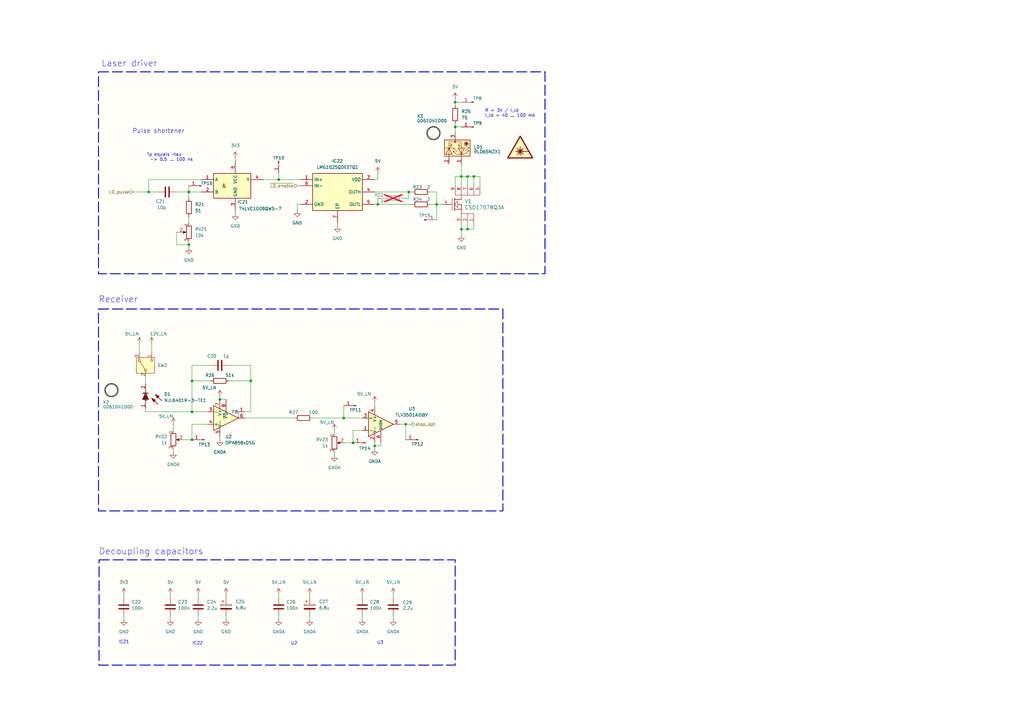
<source format=kicad_sch>
(kicad_sch (version 20231120) (generator "eeschema") (generator_version "8.0")
  (paper "A3")
  (title_block (title "Optoelectronics") (date "2024-12-27") (rev "1.0") (company "OST") (comment 2 "schematics") (comment 3 "released") (comment 8 "M. Schär") (comment 9 "T. Burkard"))
  (lib_symbols
    (symbol "74LVC1G08QW5-7:74LVC1G08QW5-7"
      (property "Reference" "IC3" (at 17.018 -9.144 0))
      (property "Value" "74LVC1G08QW5-7" (at 24.13 -11.938 0))
      (symbol "74LVC1G08QW5-7_1_1"
        (rectangle (start 5.08 2.54) (end 20.32 -7.62) (stroke (width 0.254)) (fill (type background)))
        (text "&" (at 9.398 -2.54 0) (effects (font (size 1.524 1.524))))
        (pin input line (at 0 0 0) (length 5.08) (name "A") (number "1"))
        (pin input line (at 0 -5.08 0) (length 5.08) (name "B") (number "2"))
        (pin power_out line (at 13.97 -12.7 90) (length 5.08) (name "GND") (number "3"))
        (pin output line (at 25.4 0 180) (length 5.08) (name "Y") (number "4"))
        (pin power_in line (at 13.97 7.62 270) (length 5.08) (name "VCC") (number "5"))
      )
    )
    (symbol "Amplifier_Operational:OPA858xDSG" (pin_names (offset 0.127))
      (property "Reference" "U" (at 1.27 8.89 0))
      (property "Value" "OPA858xDSG" (at 1.27 6.35 0))
      (symbol "OPA858xDSG_0_0"
        (pin power_in line (at -2.54 7.62 270) (length 3.81) (name "V+") (number "7"))
        (pin input line (at 0 7.62 270) (length 5.08) (name "~{PD}") (number "8"))
        (pin passive line (at -2.54 -7.62 90) (length 3.81) hide (name "V-") (number "9"))
      )
      (symbol "OPA858xDSG_0_1"
        (polyline (pts (xy 5.08 0) (xy 5.08 2.54)) (stroke (width 0.1524)))
        (polyline (pts (xy -5.08 5.08) (xy 5.08 0) (xy -5.08 -5.08) (xy -5.08 5.08)) (stroke (width 0.254)) (fill (type background)))
        (pin no_connect line (at -5.08 -5.08 90) (length 3.81) hide (name "NC") (number "2"))
        (pin output line (at 7.62 0 180) (length 2.54) (name "~") (number "6"))
      )
      (symbol "OPA858xDSG_1_1"
        (pin output line (at 7.62 2.54 180) (length 2.54) (name "FB") (number "1"))
        (pin input line (at -7.62 2.54 0) (length 2.54) (name "-") (number "3"))
        (pin input line (at -7.62 -2.54 0) (length 2.54) (name "+") (number "4"))
        (pin power_in line (at -2.54 -7.62 90) (length 3.81) (name "V-") (number "5"))
      )
    )
    (symbol "Comparator:TLV3501AIDBV" (pin_names (offset 0.127))
      (property "Reference" "U" (at 3.81 -5.08 0))
      (property "Value" "TLV3501AIDBV" (at 3.81 -7.62 0))
      (symbol "TLV3501AIDBV_1_1"
        (polyline (pts (xy -5.08 5.08) (xy 5.08 0) (xy -5.08 -5.08) (xy -5.08 5.08)) (stroke (width 0.254)) (fill (type background)))
        (pin input line (at -7.62 -2.54 0) (length 2.54) (name "-") (number "1"))
        (pin power_in line (at -2.54 -7.62 90) (length 3.81) (name "V-") (number "2"))
        (pin input line (at -7.62 2.54 0) (length 2.54) (name "+") (number "3"))
        (pin power_in line (at -2.54 7.62 270) (length 3.81) (name "V+") (number "4"))
        (pin output line (at 7.62 0 180) (length 2.54) (name "~") (number "5"))
        (pin input line (at 0 -7.62 90) (length 5.08) (name "SHDN") (number "6"))
      )
    )
    (symbol "Connector:Conn_01x01_Pin" (pin_names (offset 1.016) hide)
      (property "Reference" "J" (at 0 2.54 0))
      (property "Value" "Conn_01x01_Pin" (at 0 -2.54 0))
      (symbol "Conn_01x01_Pin_1_1"
        (polyline (pts (xy 1.27 0) (xy 0.8636 0)) (stroke (width 0.1524)))
        (rectangle (start 0.8636 0.127) (end 0 -0.127) (stroke (width 0.1524)) (fill (type outline)))
        (pin passive line (at 5.08 0 180) (length 3.81) (name "Pin_1") (number "1"))
      )
    )
    (symbol "DNH0008A:CSD17578Q3A" (pin_names (offset 0.254))
      (property "Reference" "V1" (at 5.08 1.2701 0))
      (property "Value" "CSD17578Q3A" (at 5.08 -1.2699 0))
      (symbol "CSD17578Q3A_0_1"
        (polyline (pts (xy 1.27 5.08) (xy 1.27 3.81) (xy 3.81 3.81)))
      )
      (symbol "CSD17578Q3A_1_1"
        (polyline (pts (xy -3.81 0) (xy -1.27 0)) (stroke (width 0.1524)))
        (polyline (pts (xy -1.27 0) (xy 0 0)) (stroke (width 0.1524)))
        (polyline (pts (xy 0 -2.54) (xy 0 2.54)) (stroke (width 0.1524)))
        (polyline (pts (xy 1.016 -2.032) (xy 3.81 -2.032)) (stroke (width 0.1524)))
        (polyline (pts (xy 1.016 0) (xy 2.286 1.27)) (stroke (width 0.1524)))
        (polyline (pts (xy 1.016 2.54) (xy 1.016 -2.54)) (stroke (width 0.1524)))
        (polyline (pts (xy 1.016 2.54) (xy 1.016 -2.54)) (stroke (width 0.1524)))
        (polyline (pts (xy 1.27 -2.032) (xy 3.556 -2.032)) (stroke (width 0.1524)))
        (polyline (pts (xy 2.286 -1.27) (xy 1.016 0)) (stroke (width 0.1524)))
        (polyline (pts (xy 2.286 0) (xy 3.81 0)) (stroke (width 0.1524)))
        (polyline (pts (xy 2.286 1.27) (xy 2.286 -1.27)) (stroke (width 0.1524)))
        (polyline (pts (xy 2.794 0) (xy 3.81 0)) (stroke (width 0.1524)))
        (polyline (pts (xy 3.81 -2.54) (xy 3.81 -5.08)) (stroke (width 0.1524)))
        (polyline (pts (xy 3.81 0) (xy 3.81 -2.54)) (stroke (width 0.1524)))
        (polyline (pts (xy 3.81 0) (xy 3.81 -2.54)) (stroke (width 0.1524)))
        (polyline (pts (xy 3.81 2.032) (xy 1.016 2.032)) (stroke (width 0.1524)))
        (polyline (pts (xy 3.81 2.032) (xy 1.27 2.032)) (stroke (width 0.1524)))
        (polyline (pts (xy 3.81 2.54) (xy 3.81 2.032)) (stroke (width 0.1524)))
        (polyline (pts (xy 3.81 2.54) (xy 3.81 2.032)) (stroke (width 0.1524)))
        (polyline (pts (xy 3.81 5.08) (xy 3.81 2.54)) (stroke (width 0.1524)))
        (polyline (pts (xy 6.35 -5.08) (xy 6.35 -3.81)))
        (polyline (pts (xy 6.35 5.08) (xy 6.35 3.81)))
        (polyline (pts (xy 8.89 5.08) (xy 8.89 3.81)))
        (polyline (pts (xy 3.81 -3.81) (xy 8.89 -3.81) (xy 8.89 -5.08)))
        (polyline (pts (xy 3.81 3.81) (xy 11.43 3.81) (xy 11.43 5.08)))
        (pin unspecified line (at 8.89 -7.62 90) (length 2.54) (name "") (number "1"))
        (pin unspecified line (at 6.35 -7.62 90) (length 2.54) (name "") (number "2"))
        (pin unspecified line (at 3.81 -7.62 90) (length 2.54) (name "") (number "3"))
        (pin unspecified line (at -3.81 0 0) (length 2.54) (name "") (number "4"))
        (pin tri_state line (at 11.43 7.62 270) (length 2.54) (name "") (number "5"))
        (pin tri_state line (at 8.89 7.62 270) (length 2.54) (name "") (number "6"))
        (pin tri_state line (at 6.35 7.62 270) (length 2.54) (name "") (number "7"))
        (pin tri_state line (at 3.81 7.62 270) (length 2.54) (name "") (number "8"))
        (pin tri_state line (at 1.27 7.62 270) (length 2.54) (name "") (number "9"))
      )
    )
    (symbol "Device:C" (pin_numbers hide) (pin_names (offset 0.254))
      (property "Reference" "C" (at 0.635 2.54 0))
      (property "Value" "C" (at 0.635 -2.54 0))
      (symbol "C_0_1"
        (polyline (pts (xy -2.032 -0.762) (xy 2.032 -0.762)) (stroke (width 0.508)))
        (polyline (pts (xy -2.032 0.762) (xy 2.032 0.762)) (stroke (width 0.508)))
      )
      (symbol "C_1_1"
        (pin passive line (at 0 3.81 270) (length 2.794) (name "~") (number "1"))
        (pin passive line (at 0 -3.81 90) (length 2.794) (name "~") (number "2"))
      )
    )
    (symbol "Device:C_Polarized" (pin_numbers hide) (pin_names (offset 0.254))
      (property "Reference" "C" (at 0.635 2.54 0))
      (property "Value" "C_Polarized" (at 0.635 -2.54 0))
      (symbol "C_Polarized_0_1"
        (rectangle (start -2.286 0.508) (end 2.286 1.016))
        (polyline (pts (xy -1.778 2.286) (xy -0.762 2.286)))
        (polyline (pts (xy -1.27 2.794) (xy -1.27 1.778)))
        (rectangle (start 2.286 -0.508) (end -2.286 -1.016) (fill (type outline)))
      )
      (symbol "C_Polarized_1_1"
        (pin passive line (at 0 3.81 270) (length 2.794) (name "~") (number "1"))
        (pin passive line (at 0 -3.81 90) (length 2.794) (name "~") (number "2"))
      )
    )
    (symbol "Device:R" (pin_numbers hide) (pin_names (offset 0))
      (property "Reference" "R" (at 2.032 0 90))
      (property "Value" "R" (at 0 0 90))
      (symbol "R_0_1"
        (rectangle (start -1.016 -2.54) (end 1.016 2.54) (stroke (width 0.254)))
      )
      (symbol "R_1_1"
        (pin passive line (at 0 3.81 270) (length 1.27) (name "~") (number "1"))
        (pin passive line (at 0 -3.81 90) (length 1.27) (name "~") (number "2"))
      )
    )
    (symbol "Device:R_Potentiometer" (pin_names (offset 1.016) hide)
      (property "Reference" "RV" (at -4.445 0 90))
      (property "Value" "R_Potentiometer" (at -2.54 0 90))
      (symbol "R_Potentiometer_0_1"
        (polyline (pts (xy 2.54 0) (xy 1.524 0)))
        (polyline (pts (xy 1.143 0) (xy 2.286 0.508) (xy 2.286 -0.508) (xy 1.143 0)) (fill (type outline)))
        (rectangle (start 1.016 2.54) (end -1.016 -2.54) (stroke (width 0.254)))
      )
      (symbol "R_Potentiometer_1_1"
        (pin passive line (at 0 3.81 270) (length 1.27) (name "1") (number "1"))
        (pin passive line (at 3.81 0 180) (length 1.27) (name "2") (number "2"))
        (pin passive line (at 0 -3.81 90) (length 1.27) (name "3") (number "3"))
      )
    )
    (symbol "Graphic:SYM_LASER_Large" (in_bom no) (on_board no)
      (symbol "SYM_LASER_Large_0_1"
        (polyline (pts (xy -1.905 -2.413) (xy 3.556 -2.413)) (stroke (width 0.254)))
        (polyline (pts (xy -1.27 -3.683) (xy 1.27 -1.143)) (stroke (width 0.254)))
        (polyline (pts (xy -1.143 -2.921) (xy 1.143 -1.905)))
        (polyline (pts (xy -1.143 -2.032) (xy 1.143 -2.794)))
        (polyline (pts (xy -0.508 -1.27) (xy 0.508 -3.556)))
        (polyline (pts (xy 0 -4.191) (xy 0 -0.508)) (stroke (width 0.254)))
        (polyline (pts (xy 0.508 -1.27) (xy -0.508 -3.556)))
        (polyline (pts (xy 1.397 -3.683) (xy -1.397 -1.143)) (stroke (width 0.254)))
        (polyline (pts (xy -5.08 -5.08) (xy 5.08 -5.08) (xy 0 3.81) (xy -5.08 -5.08)) (stroke (width 0.508)) (fill (type background)))
      )
    )
    (symbol "LMG1025QDEETQ1:LMG1025QDEETQ1"
      (property "Reference" "IC3" (at 15.24 7.62 0))
      (property "Value" "LMG1025QDEETQ1" (at 15.24 5.08 0))
      (symbol "LMG1025QDEETQ1_1_1"
        (rectangle (start 5.08 2.54) (end 25.4 -12.7) (stroke (width 0.254)) (fill (type background)))
        (pin passive line (at 0 0 0) (length 5.08) (name "IN+") (number "1"))
        (pin passive line (at 0 -10.16 0) (length 5.08) (name "GND") (number "2"))
        (pin passive line (at 30.48 0 180) (length 5.08) (name "VDD") (number "3"))
        (pin passive line (at 30.48 -5.08 180) (length 5.08) (name "OUTH") (number "4"))
        (pin passive line (at 30.48 -10.16 180) (length 5.08) (name "OUTL") (number "5"))
        (pin passive line (at 0 -2.54 0) (length 5.08) (name "IN-") (number "6"))
        (pin passive line (at 15.24 -17.78 90) (length 5.08) (name "EP") (number "7"))
      )
    )
    (symbol "NJL6401R-3-TE1:NJL6401R-3-TE1"
      (property "Reference" "D" (at 3.302 -3.81 0))
      (property "Value" "NJL6401R-3-TE1" (at 3.302 -6.35 0))
      (symbol "NJL6401R-3-TE1_1_1"
        (polyline (pts (xy -6.604 -3.302) (xy -4.064 -5.842)) (stroke (width 0.254)))
        (polyline (pts (xy -5.08 -1.778) (xy -2.54 -4.318)) (stroke (width 0.254)))
        (polyline (pts (xy 0 -6.35) (xy 0 -7.62)) (stroke (width 0.254)))
        (polyline (pts (xy 0 -3.81) (xy 0 -2.54)) (stroke (width 0.254)))
        (polyline (pts (xy 1.27 -6.35) (xy -1.27 -6.35)) (stroke (width 0.254)))
        (polyline (pts (xy -5.588 -5.08) (xy -4.826 -4.318) (xy -4.064 -5.842) (xy -5.588 -5.08)) (stroke (width 0.254)) (fill (type outline)))
        (polyline (pts (xy -4.064 -3.556) (xy -3.302 -2.794) (xy -2.54 -4.318) (xy -4.064 -3.556)) (stroke (width 0.254)) (fill (type outline)))
        (polyline (pts (xy -1.27 -3.81) (xy 1.27 -3.81) (xy 0 -6.35) (xy -1.27 -3.81)) (stroke (width 0.254)) (fill (type outline)))
        (pin passive line (at 0 0 270) (length 2.54) (name "A") (number "1"))
        (pin passive line (at 0 -10.16 90) (length 2.54) (name "K") (number "2"))
      )
    )
    (symbol "Qioptiq_Mount_1"
      (property "Reference" "X" (at 0 0 0))
      (symbol "Qioptiq_Mount_1_0_1"
        (circle (center 0 0) (radius 2.54) (stroke (width 0.381) (color 32 101 89 1)))
        (circle (center 0 0) (radius 2.8398))
      )
    )
    (symbol "RLD65NZX1-00A:RLD65NZX1"
      (property "Reference" "LD" (at -2.286 7.62 0))
      (symbol "RLD65NZX1_0_1"
        (rectangle (start -3.556 6.096) (end 3.048 -4.318) (stroke (width 0.254)) (fill (type background)))
        (circle (center -2.794 0) (radius 0.254) (fill (type outline)))
        (arc (start -1.778 -1.778) (mid -1.5998 -1.5875) (end -1.778 -1.397))
        (arc (start -1.27 -2.159) (mid -0.8906 -1.778) (end -1.27 -1.397))
        (arc (start -1.27 1.27) (mid -0.8906 1.651) (end -1.27 2.032))
        (polyline (pts (xy -3.81 0) (xy -2.794 0)))
        (polyline (pts (xy -2.794 3.81) (xy -1.27 5.334)))
        (polyline (pts (xy -2.794 4.318) (xy -1.27 4.826)))
        (polyline (pts (xy -2.794 4.826) (xy -1.27 4.318)))
        (polyline (pts (xy -2.794 5.334) (xy -1.27 3.81)))
        (polyline (pts (xy -2.286 5.334) (xy -1.778 3.81)))
        (polyline (pts (xy -2.032 4.572) (xy -2.032 3.556)))
        (polyline (pts (xy -2.032 4.572) (xy -2.032 5.588)))
        (polyline (pts (xy -1.905 -1.397) (xy -1.905 -2.159)))
        (polyline (pts (xy -1.778 5.334) (xy -2.286 3.81)))
        (polyline (pts (xy -1.27 -1.397) (xy -1.27 -2.159)))
        (polyline (pts (xy -1.27 2.032) (xy -1.27 1.27)))
        (polyline (pts (xy -0.508 4.572) (xy -3.048 4.572)))
        (polyline (pts (xy -0.508 5.588) (xy 0 5.588)))
        (polyline (pts (xy -0.254 -1.27) (xy -0.254 -3.81)) (stroke (width 0.2032)))
        (polyline (pts (xy -0.254 -0.762) (xy 0.254 -0.762)))
        (polyline (pts (xy 2.286 3.81) (xy 2.286 1.27)) (stroke (width 0.2032)))
        (polyline (pts (xy -1.905 2.032) (xy -1.905 1.27) (xy -1.524 1.27)))
        (polyline (pts (xy 1.016 4.064) (xy -0.508 5.588) (xy -0.508 5.08)))
        (polyline (pts (xy 1.27 0.762) (xy -0.254 -0.762) (xy -0.254 -0.254)))
        (polyline (pts (xy 2.286 -1.27) (xy 2.286 -3.81) (xy -0.254 -2.54) (xy 2.286 -1.27)) (stroke (width 0.2032)))
        (polyline (pts (xy 3.81 2.54) (xy -2.794 2.54) (xy -2.794 -2.54) (xy 3.81 -2.54)))
        (polyline (pts (xy 2.286 4.064) (xy 0.762 5.588) (xy 0.762 5.08) (xy 0.762 5.588) (xy 1.27 5.588)))
        (polyline (pts (xy 2.54 0.762) (xy 1.016 -0.762) (xy 1.016 -0.254) (xy 1.016 -0.762) (xy 1.524 -0.762)))
      )
      (symbol "RLD65NZX1_1_1"
        (polyline (pts (xy -0.254 3.81) (xy -0.254 1.27) (xy 2.286 2.54) (xy -0.254 3.81)) (stroke (width 0.2032)))
        (pin passive line (at 6.35 2.54 180) (length 2.54) (name "~") (number "1"))
        (pin passive line (at 6.35 -2.54 180) (length 2.54) (name "~") (number "2"))
        (pin passive line (at -6.35 0 0) (length 2.54) (name "~") (number "3"))
      )
    )
    (symbol "Switch:SW_Nidec_CAS-120A1" (pin_names (offset 1) hide)
      (property "Reference" "SW" (at 0 4.318 0))
      (property "Value" "SW_Nidec_CAS-120A1" (at 0 -5.08 0))
      (symbol "SW_Nidec_CAS-120A1_0_1"
        (circle (center -2.032 0) (radius 0.4572))
        (polyline (pts (xy -1.651 0.254) (xy 1.651 2.286)))
        (circle (center 2.032 -2.54) (radius 0.4572))
        (circle (center 2.032 2.54) (radius 0.4572))
      )
      (symbol "SW_Nidec_CAS-120A1_1_1"
        (rectangle (start -3.175 3.81) (end 3.175 -3.81) (fill (type background)))
        (pin passive line (at 5.08 -2.54 180) (length 2.54) (name "C") (number "1"))
        (pin passive line (at -5.08 0 0) (length 2.54) (name "B") (number "2"))
        (pin passive line (at 5.08 2.54 180) (length 2.54) (name "A") (number "3"))
      )
    )
    (symbol "User_Library:Qioptiq_Mount"
      (property "Reference" "X" (at 0 0 0))
      (symbol "Qioptiq_Mount_0_1"
        (circle (center 0 0) (radius 2.54) (stroke (width 0.381) (color 32 101 89 1)))
        (circle (center 0 0) (radius 2.8398))
      )
    )
    (symbol "power:+5VP" (power) (pin_numbers hide) (pin_names (offset 0) hide)
      (property "Value" "+5VP" (at 0 3.556 0))
      (symbol "+5VP_0_1"
        (polyline (pts (xy -0.762 1.27) (xy 0 2.54)))
        (polyline (pts (xy 0 0) (xy 0 2.54)))
        (polyline (pts (xy 0 2.54) (xy 0.762 1.27)))
      )
      (symbol "+5VP_1_1"
        (pin power_in line (at 0 0 90) (length 0) (name "~") (number "1"))
      )
    )
    (symbol "power:GND" (power) (pin_numbers hide) (pin_names (offset 0) hide)
      (property "Value" "GND" (at 0 -3.81 0))
      (symbol "GND_0_1"
        (polyline (pts (xy 0 0) (xy 0 -1.27) (xy 1.27 -1.27) (xy 0 -2.54) (xy -1.27 -1.27) (xy 0 -1.27)))
      )
      (symbol "GND_1_1"
        (pin power_in line (at 0 0 270) (length 0) (name "~") (number "1"))
      )
    )
    (symbol "power:GNDA" (power) (pin_numbers hide) (pin_names (offset 0) hide)
      (property "Value" "GNDA" (at 0 -3.81 0))
      (symbol "GNDA_0_1"
        (polyline (pts (xy 0 0) (xy 0 -1.27) (xy 1.27 -1.27) (xy 0 -2.54) (xy -1.27 -1.27) (xy 0 -1.27)))
      )
      (symbol "GNDA_1_1"
        (pin power_in line (at 0 0 270) (length 0) (name "~") (number "1"))
      )
    )
  )
  (junction (at 60.96 78.74))
  (junction (at 77.47 78.74))
  (junction (at 167.64 78.74))
  (junction (at 191.77 72.39))
  (junction (at 78.74 168.91))
  (junction (at 140.97 171.45))
  (junction (at 77.47 100.33))
  (junction (at 191.77 93.98))
  (junction (at 186.69 41.91))
  (junction (at 114.3 73.66))
  (junction (at 186.69 52.07))
  (junction (at 78.74 180.34))
  (junction (at 78.74 156.21))
  (junction (at 189.23 93.98))
  (junction (at 189.23 72.39))
  (junction (at 154.94 83.82))
  (junction (at 144.78 181.61))
  (junction (at 179.07 83.82))
  (junction (at 194.31 72.39))
  (junction (at 102.87 156.21))
  (junction (at 166.37 173.99))
  (junction (at 153.67 182.88))
  (junction (at 90.17 163.83))
  (wire (pts (xy 161.29 252.73) (xy 161.29 254)))
  (wire (pts (xy 96.52 87.63) (xy 96.52 86.36)))
  (wire (pts (xy 57.15 140.97) (xy 57.15 144.78)))
  (wire (pts (xy 186.69 41.91) (xy 186.69 43.18)))
  (wire (pts (xy 62.23 140.97) (xy 62.23 144.78)))
  (wire (pts (xy 78.74 173.99) (xy 85.09 173.99)))
  (wire (pts (xy 78.74 168.91) (xy 78.74 156.21)))
  (wire (pts (xy 186.69 76.2) (xy 186.69 72.39)))
  (wire (pts (xy 78.74 156.21) (xy 86.36 156.21)))
  (wire (pts (xy 176.53 83.82) (xy 179.07 83.82)))
  (wire (pts (xy 77.47 78.74) (xy 77.47 81.28)))
  (wire (pts (xy 153.67 181.61) (xy 153.67 182.88)))
  (wire (pts (xy 179.07 90.17) (xy 179.07 83.82)))
  (wire (pts (xy 189.23 93.98) (xy 189.23 96.52)))
  (wire (pts (xy 90.17 163.83) (xy 92.71 163.83)))
  (wire (pts (xy 144.78 176.53) (xy 148.59 176.53)))
  (wire (pts (xy 165.1 81.28) (xy 167.64 81.28)))
  (wire (pts (xy 72.39 100.33) (xy 77.47 100.33)))
  (wire (pts (xy 60.96 73.66) (xy 60.96 78.74)))
  (wire (pts (xy 196.85 76.2) (xy 196.85 72.39)))
  (wire (pts (xy 121.92 83.82) (xy 123.19 83.82)))
  (wire (pts (xy 92.71 254) (xy 92.71 252.73)))
  (wire (pts (xy 59.69 154.94) (xy 59.69 157.48)))
  (wire (pts (xy 166.37 173.99) (xy 166.37 180.34)))
  (wire (pts (xy 77.47 78.74) (xy 82.55 78.74)))
  (wire (pts (xy 72.39 78.74) (xy 77.47 78.74)))
  (wire (pts (xy 137.16 185.42) (xy 137.16 186.69)))
  (wire (pts (xy 102.87 168.91) (xy 102.87 156.21)))
  (wire (pts (xy 121.92 76.2) (xy 123.19 76.2)))
  (wire (pts (xy 154.94 73.66) (xy 153.67 73.66)))
  (wire (pts (xy 72.39 95.25) (xy 72.39 100.33)))
  (wire (pts (xy 77.47 100.33) (xy 77.47 99.06)))
  (wire (pts (xy 92.71 243.84) (xy 92.71 245.11)))
  (wire (pts (xy 154.94 81.28) (xy 157.48 81.28)))
  (wire (pts (xy 102.87 156.21) (xy 93.98 156.21)))
  (wire (pts (xy 194.31 72.39) (xy 191.77 72.39)))
  (wire (pts (xy 153.67 165.1) (xy 153.67 166.37)))
  (wire (pts (xy 81.28 254) (xy 81.28 252.73)))
  (wire (pts (xy 186.69 40.64) (xy 186.69 41.91)))
  (wire (pts (xy 73.66 95.25) (xy 72.39 95.25)))
  (wire (pts (xy 69.85 243.84) (xy 69.85 245.11)))
  (wire (pts (xy 77.47 100.33) (xy 77.47 101.6)))
  (wire (pts (xy 50.8 243.84) (xy 50.8 245.11)))
  (wire (pts (xy 78.74 180.34) (xy 78.74 173.99)))
  (wire (pts (xy 114.3 243.84) (xy 114.3 245.11)))
  (wire (pts (xy 189.23 52.07) (xy 186.69 52.07)))
  (wire (pts (xy 194.31 91.44) (xy 194.31 93.98)))
  (wire (pts (xy 144.78 181.61) (xy 144.78 176.53)))
  (wire (pts (xy 191.77 72.39) (xy 189.23 72.39)))
  (wire (pts (xy 167.64 81.28) (xy 167.64 78.74)))
  (wire (pts (xy 138.43 91.44) (xy 138.43 92.71)))
  (wire (pts (xy 161.29 243.84) (xy 161.29 245.11)))
  (wire (pts (xy 114.3 73.66) (xy 123.19 73.66)))
  (wire (pts (xy 163.83 173.99) (xy 166.37 173.99)))
  (wire (pts (xy 153.67 78.74) (xy 167.64 78.74)))
  (wire (pts (xy 156.21 181.61) (xy 156.21 182.88)))
  (wire (pts (xy 78.74 149.86) (xy 78.74 156.21)))
  (wire (pts (xy 100.33 171.45) (xy 120.65 171.45)))
  (wire (pts (xy 166.37 173.99) (xy 168.91 173.99)))
  (wire (pts (xy 54.61 78.74) (xy 60.96 78.74)))
  (wire (pts (xy 85.09 168.91) (xy 78.74 168.91)))
  (wire (pts (xy 154.94 83.82) (xy 154.94 81.28)))
  (wire (pts (xy 50.8 252.73) (xy 50.8 254)))
  (wire (pts (xy 59.69 168.91) (xy 78.74 168.91)))
  (wire (pts (xy 167.64 78.74) (xy 168.91 78.74)))
  (wire (pts (xy 189.23 41.91) (xy 186.69 41.91)))
  (wire (pts (xy 60.96 78.74) (xy 64.77 78.74)))
  (wire (pts (xy 153.67 182.88) (xy 156.21 182.88)))
  (wire (pts (xy 82.55 73.66) (xy 60.96 73.66)))
  (wire (pts (xy 81.28 243.84) (xy 81.28 245.11)))
  (wire (pts (xy 96.52 64.77) (xy 96.52 66.04)))
  (wire (pts (xy 71.12 184.15) (xy 71.12 185.42)))
  (wire (pts (xy 59.69 167.64) (xy 59.69 168.91)))
  (wire (pts (xy 186.69 72.39) (xy 189.23 72.39)))
  (wire (pts (xy 191.77 93.98) (xy 189.23 93.98)))
  (wire (pts (xy 140.97 171.45) (xy 148.59 171.45)))
  (wire (pts (xy 194.31 72.39) (xy 194.31 76.2)))
  (wire (pts (xy 179.07 78.74) (xy 179.07 83.82)))
  (wire (pts (xy 74.93 180.34) (xy 78.74 180.34)))
  (wire (pts (xy 114.3 71.12) (xy 114.3 73.66)))
  (wire (pts (xy 100.33 168.91) (xy 102.87 168.91)))
  (wire (pts (xy 127 243.84) (xy 127 245.11)))
  (wire (pts (xy 128.27 171.45) (xy 140.97 171.45)))
  (wire (pts (xy 179.07 83.82) (xy 181.61 83.82)))
  (wire (pts (xy 191.77 91.44) (xy 191.77 93.98)))
  (wire (pts (xy 93.98 149.86) (xy 102.87 149.86)))
  (wire (pts (xy 189.23 67.31) (xy 189.23 72.39)))
  (wire (pts (xy 71.12 173.99) (xy 71.12 176.53)))
  (wire (pts (xy 102.87 149.86) (xy 102.87 156.21)))
  (wire (pts (xy 90.17 179.07) (xy 90.17 180.34)))
  (wire (pts (xy 86.36 149.86) (xy 78.74 149.86)))
  (wire (pts (xy 196.85 72.39) (xy 194.31 72.39)))
  (wire (pts (xy 127 252.73) (xy 127 254)))
  (wire (pts (xy 140.97 166.37) (xy 140.97 171.45)))
  (wire (pts (xy 77.47 76.2) (xy 77.47 78.74)))
  (wire (pts (xy 154.94 83.82) (xy 168.91 83.82)))
  (wire (pts (xy 148.59 243.84) (xy 148.59 245.11)))
  (wire (pts (xy 121.92 86.36) (xy 121.92 83.82)))
  (wire (pts (xy 148.59 252.73) (xy 148.59 254)))
  (wire (pts (xy 186.69 52.07) (xy 186.69 54.61)))
  (wire (pts (xy 176.53 78.74) (xy 179.07 78.74)))
  (wire (pts (xy 189.23 93.98) (xy 189.23 91.44)))
  (wire (pts (xy 140.97 181.61) (xy 144.78 181.61)))
  (wire (pts (xy 90.17 162.56) (xy 90.17 163.83)))
  (wire (pts (xy 77.47 88.9) (xy 77.47 91.44)))
  (wire (pts (xy 154.94 71.12) (xy 154.94 73.66)))
  (wire (pts (xy 153.67 182.88) (xy 153.67 184.15)))
  (wire (pts (xy 186.69 50.8) (xy 186.69 52.07)))
  (wire (pts (xy 69.85 252.73) (xy 69.85 254)))
  (wire (pts (xy 189.23 72.39) (xy 189.23 76.2)))
  (wire (pts (xy 194.31 93.98) (xy 191.77 93.98)))
  (wire (pts (xy 137.16 176.53) (xy 137.16 177.8)))
  (wire (pts (xy 107.95 73.66) (xy 114.3 73.66)))
  (wire (pts (xy 114.3 252.73) (xy 114.3 254)))
  (wire (pts (xy 153.67 83.82) (xy 154.94 83.82)))
  (wire (pts (xy 191.77 72.39) (xy 191.77 76.2)))
  (rectangle (start 40.386 29.464) (end 223.52 112.268) (stroke (width 0.381) (type dash)) (fill (type color) (color 239 222 27 0.03)))
  (rectangle (start 40.386 126.746) (end 206.248 209.55) (stroke (width 0.381) (type dash)) (fill (type color) (color 239 222 27 0.03)))
  (rectangle (start 40.64 229.616) (end 186.69 272.796) (stroke (width 0.381) (type dash)) (fill (type color) (color 239 222 27 0.03)))
  (text "U2" (at 120.65 263.906 0) (effects (font (size 1.27 1.27))))
  (text "Decoupling capacitors" (at 61.976 226.314 0) (effects (font (size 2.54 2.54))))
  (text "IC22" (at 81.026 263.906 0) (effects (font (size 1.27 1.27))))
  (text "Laser driver" (at 53.086 26.162 0) (effects (font (size 2.54 2.54))))
  (text "R = 3V / I_ld\nI_ld = 40 ... 100 mA" (at 198.882 46.482 0) (effects (font (size 1.27 1.27)) (justify left)))
  (text "Tp equals ~tau \n     -> 0.5 ... 100 ns" (at 67.818 64.516 0) (effects (font (size 1.27 1.27))))
  (text "IC21" (at 50.8 263.398 0) (effects (font (size 1.27 1.27))))
  (text "U3" (at 155.956 263.652 0) (effects (font (size 1.27 1.27))))
  (text "Receiver" (at 48.514 122.936 0) (effects (font (size 2.54 2.54))))
  (text "Pulse shortener" (at 65.024 53.848 0) (effects (font (size 1.778 1.778))))
  (hierarchical_label "~{LD_enable}" (shape input) (at 121.92 76.2 180))
  (hierarchical_label "stop_opt" (shape output) (at 168.91 173.99 0))
  (hierarchical_label "LD_pulse" (shape input) (at 54.61 78.74 180))
  (symbol (lib_id "Device:C") (at 114.3 248.92 0) (unit 1)
    (property "Reference" "C26" (at 119.38 246.888 0))
    (property "Value" "100n" (at 119.888 249.428 0))
    (property "Footprint" "Capacitor_SMD:C_0402_1005Metric_Pad0.74x0.62mm_HandSolder" (effects (hide yes)))
    (property "Description" "Unpolarized capacitor" (effects (hide yes)))
  )
  (symbol (lib_id "power:+5VP") (at 96.52 64.77 0) (unit 1)
    (property "Reference" "#PWR028" (effects (hide yes)))
    (property "Value" "3V3" (at 96.52 59.69 0))
    (property "Description" "Power symbol creates a global label with name \"+5VP\"" (effects (hide yes)))
  )
  (symbol (lib_id "power:GND") (at 77.47 101.6 0) (unit 1)
    (property "Reference" "#PWR027" (effects (hide yes)))
    (property "Value" "GND" (at 77.47 106.68 0))
    (property "Description" "Power symbol creates a global label with name \"GND\" , ground" (effects (hide yes)))
  )
  (symbol (lib_id "power:GNDA") (at 90.17 180.34 0) (unit 1)
    (property "Reference" "#PWR048" (effects (hide yes)))
    (property "Value" "GNDA" (at 90.17 185.42 0))
    (property "Description" "Power symbol creates a global label with name \"GNDA\" , analog ground" (effects (hide yes)))
  )
  (symbol (lib_id "Device:R") (at 172.72 83.82 90) (unit 1)
    (property "Reference" "R24" (at 171.196 81.788 90))
    (property "Value" "2" (at 175.768 81.788 90))
    (property "Footprint" "Resistor_SMD:R_0402_1005Metric_Pad0.72x0.64mm_HandSolder" (effects (hide yes)))
    (property "Description" "Resistor" (effects (hide yes)))
  )
  (symbol (lib_id "power:+5VP") (at 186.69 40.64 0) (unit 1)
    (property "Reference" "#PWR037" (effects (hide yes)))
    (property "Value" "5V" (at 186.69 35.56 0))
    (property "Description" "Power symbol creates a global label with name \"+5VP\"" (effects (hide yes)))
  )
  (symbol (lib_id "RLD65NZX1-00A:RLD65NZX1") (at 186.69 60.96 270) (unit 1)
    (property "Reference" "LD1" (at 194.31 60.3249 90) (effects (justify left)))
    (property "Value" "RLD65NZX1" (at 194.31 62.23 90) (effects (justify left)))
    (property "Footprint" "RLD65NZX1-00A:RLD85PZJ400A" (effects (hide yes)))
  )
  (symbol (lib_id "Device:C") (at 148.59 248.92 0) (unit 1)
    (property "Reference" "C28" (at 153.67 246.888 0))
    (property "Value" "100n" (at 154.178 249.428 0))
    (property "Footprint" "Capacitor_SMD:C_0402_1005Metric_Pad0.74x0.62mm_HandSolder" (effects (hide yes)))
    (property "Description" "Unpolarized capacitor" (effects (hide yes)))
  )
  (symbol (lib_id "power:+5VP") (at 62.23 140.97 0) (unit 1)
    (property "Reference" "#PWR039" (effects (hide yes)))
    (property "Value" "12V_LN" (at 65.024 136.906 0))
    (property "Description" "Power symbol creates a global label with name \"+5VP\"" (effects (hide yes)))
  )
  (symbol (lib_id "Device:C") (at 90.17 149.86 90) (unit 1)
    (property "Reference" "C20" (at 86.868 146.05 90))
    (property "Value" "1p" (at 92.71 146.05 90))
    (property "Footprint" "Capacitor_SMD:C_0402_1005Metric_Pad0.74x0.62mm_HandSolder" (effects (hide yes)))
    (property "Description" "Unpolarized capacitor" (effects (hide yes)))
  )
  (symbol (lib_id "LMG1025QDEETQ1:LMG1025QDEETQ1") (at 123.19 73.66 0) (unit 1)
    (property "Reference" "IC22" (at 138.43 66.04 0))
    (property "Value" "LMG1025QDEETQ1" (at 138.43 68.58 0))
    (property "Footprint" "SON65P200X200X80-7N" (effects (hide yes)))
    (property "Datasheet" "https://www.ti.com/lit/gpn/LMG1025-Q1" (effects (hide yes)))
    (property "Description" "IC MOSFET GAN DRIVER 7A/5A 6-WSO" (effects (hide yes)))
    (property "Height" "0.8" (effects (hide yes)))
    (property "Mouser Part Number" "595-LMG1025QDEETQ1" (effects (hide yes)))
    (property "Mouser Price/Stock" "https://www.mouser.co.uk/ProductDetail/Texas-Instruments/LMG1025QDEETQ1?qs=B6kkDfuK7%2FBTgKKlSPfRRQ%3D%3D" (effects (hide yes)))
    (property "Manufacturer_Name" "Texas Instruments" (effects (hide yes)))
    (property "Manufacturer_Part_Number" "LMG1025QDEETQ1" (effects (hide yes)))
  )
  (symbol (lib_id "power:+5VP") (at 57.15 140.97 0) (unit 1)
    (property "Reference" "#PWR038" (effects (hide yes)))
    (property "Value" "5V_LN" (at 54.102 136.906 0))
    (property "Description" "Power symbol creates a global label with name \"+5VP\"" (effects (hide yes)))
  )
  (symbol (lib_id "power:+5VP") (at 153.67 165.1 0) (unit 1)
    (property "Reference" "#PWR058" (effects (hide yes)))
    (property "Value" "5V_LN" (at 149.352 161.544 0))
    (property "Description" "Power symbol creates a global label with name \"+5VP\"" (effects (hide yes)))
  )
  (symbol (lib_id "Connector:Conn_01x01_Pin") (at 173.99 90.17 0) (unit 1)
    (property "Reference" "TP15" (at 174.244 88.392 0))
    (property "Value" "Conn_01x01_Pin" (effects (hide yes)))
    (property "Footprint" "Connector_PinHeader_2.54mm:PinHeader_1x01_P2.54mm_Vertical" (effects (hide yes)))
    (property "Description" "Generic connector, single row, 01x01, script generated" (effects (hide yes)))
  )
  (symbol (lib_id "Device:C") (at 50.8 248.92 0) (unit 1)
    (property "Reference" "C22" (at 55.88 246.888 0))
    (property "Value" "100n" (at 56.388 249.428 0))
    (property "Footprint" "Capacitor_SMD:C_0402_1005Metric_Pad0.74x0.62mm_HandSolder" (effects (hide yes)))
    (property "Description" "Unpolarized capacitor" (effects (hide yes)))
  )
  (symbol (lib_id "power:+5VP") (at 148.59 243.84 0) (unit 1)
    (property "Reference" "#PWR053" (effects (hide yes)))
    (property "Value" "5V_LN" (at 148.59 238.76 0))
    (property "Description" "Power symbol creates a global label with name \"+5VP\"" (effects (hide yes)))
  )
  (symbol (lib_id "Connector:Conn_01x01_Pin") (at 146.05 166.37 180) (unit 1)
    (property "Reference" "TP11" (at 145.796 168.148 0))
    (property "Value" "Conn_01x01_Pin" (effects (hide yes)))
    (property "Footprint" "Connector_PinHeader_2.54mm:PinHeader_1x01_P2.54mm_Vertical" (effects (hide yes)))
    (property "Description" "Generic connector, single row, 01x01, script generated" (effects (hide yes)))
  )
  (symbol (lib_id "power:+5VP") (at 81.28 243.84 0) (unit 1)
    (property "Reference" "#PWR064" (effects (hide yes)))
    (property "Value" "5V" (at 81.28 238.76 0))
    (property "Description" "Power symbol creates a global label with name \"+5VP\"" (effects (hide yes)))
  )
  (symbol (lib_id "Connector:Conn_01x01_Pin") (at 114.3 66.04 270) (unit 1)
    (property "Reference" "TP10" (at 114.3 64.77 90))
    (property "Value" "Conn_01x01_Pin" (effects (hide yes)))
    (property "Footprint" "Connector_PinHeader_2.54mm:PinHeader_1x01_P2.54mm_Vertical" (effects (hide yes)))
    (property "Description" "Generic connector, single row, 01x01, script generated" (effects (hide yes)))
  )
  (symbol (lib_id "Connector:Conn_01x01_Pin") (at 171.45 180.34 180) (unit 1)
    (property "Reference" "TP12" (at 171.196 182.118 0))
    (property "Value" "Conn_01x01_Pin" (effects (hide yes)))
    (property "Footprint" "Connector_PinHeader_2.54mm:PinHeader_1x01_P2.54mm_Vertical" (effects (hide yes)))
    (property "Description" "Generic connector, single row, 01x01, script generated" (effects (hide yes)))
  )
  (symbol (lib_id "power:GNDA") (at 161.29 254 0) (unit 1)
    (property "Reference" "#PWR060" (effects (hide yes)))
    (property "Value" "GNDA" (at 161.29 259.08 0))
    (property "Description" "Power symbol creates a global label with name \"GNDA\" , analog ground" (effects (hide yes)))
  )
  (symbol (lib_id "power:GND") (at 138.43 92.71 0) (unit 1)
    (property "Reference" "#PWR033" (effects (hide yes)))
    (property "Value" "GND" (at 138.43 97.79 0))
    (property "Description" "Power symbol creates a global label with name \"GND\" , ground" (effects (hide yes)))
  )
  (symbol (lib_id "power:GND") (at 121.92 86.36 0) (unit 1)
    (property "Reference" "#PWR031" (effects (hide yes)))
    (property "Value" "GND" (at 121.92 91.44 0))
    (property "Description" "Power symbol creates a global label with name \"GND\" , ground" (effects (hide yes)))
  )
  (symbol (lib_id "power:+5VP") (at 161.29 243.84 0) (unit 1)
    (property "Reference" "#PWR061" (effects (hide yes)))
    (property "Value" "5V_LN" (at 161.29 238.76 0))
    (property "Description" "Power symbol creates a global label with name \"+5VP\"" (effects (hide yes)))
  )
  (symbol (lib_id "power:+5VP") (at 69.85 243.84 0) (unit 1)
    (property "Reference" "#PWR035" (effects (hide yes)))
    (property "Value" "5V" (at 69.85 238.76 0))
    (property "Description" "Power symbol creates a global label with name \"+5VP\"" (effects (hide yes)))
  )
  (symbol (lib_id "Device:C") (at 69.85 248.92 0) (unit 1)
    (property "Reference" "C23" (at 74.93 246.888 0))
    (property "Value" "100n" (at 75.438 249.428 0))
    (property "Footprint" "Capacitor_SMD:C_0402_1005Metric_Pad0.74x0.62mm_HandSolder" (effects (hide yes)))
    (property "Description" "Unpolarized capacitor" (effects (hide yes)))
  )
  (symbol (lib_id "Connector:Conn_01x01_Pin") (at 194.31 52.07 180) (unit 1)
    (property "Reference" "TP9" (at 195.834 50.546 0))
    (property "Value" "Conn_01x01_Pin" (effects (hide yes)))
    (property "Footprint" "Connector_PinHeader_2.54mm:PinHeader_1x01_P2.54mm_Vertical" (effects (hide yes)))
    (property "Description" "Generic connector, single row, 01x01, script generated" (effects (hide yes)))
  )
  (symbol (lib_id "power:GNDA") (at 127 254 0) (unit 1)
    (property "Reference" "#PWR052" (effects (hide yes)))
    (property "Value" "GNDA" (at 127 259.08 0))
    (property "Description" "Power symbol creates a global label with name \"GNDA\" , analog ground" (effects (hide yes)))
  )
  (symbol (lib_id "Device:R_Potentiometer") (at 71.12 180.34 0) (unit 1)
    (property "Reference" "RV22" (at 68.58 179.0699 0) (effects (justify right)))
    (property "Value" "1k" (at 68.58 181.6099 0) (effects (justify right)))
    (property "Footprint" "Potentiometer_SMD:Potentiometer_Bourns_3224W_Vertical" (effects (hide yes)))
    (property "Description" "Potentiometer" (effects (hide yes)))
  )
  (symbol (lib_id "NJL6401R-3-TE1:NJL6401R-3-TE1") (at 59.69 167.64 180) (unit 1)
    (property "Reference" "D1" (at 67.31 161.6709 0) (effects (justify right)))
    (property "Value" "NJL6401R-3-TE1" (at 67.31 164.2109 0) (effects (justify right)))
    (property "Footprint" "NJL6401R3TE1" (effects (hide yes)))
    (property "Datasheet" "https://componentsearchengine.com/Datasheets/1/NJL6401R-3-TE1.pdf" (effects (hide yes)))
    (property "Description" "Photodiode 800nm 2ns 2-SMD, No Lead" (effects (hide yes)))
    (property "Height" "0.95" (effects (hide yes)))
    (property "Mouser Part Number" "513-NJL6401R-3-TE1" (effects (hide yes)))
    (property "Mouser Price/Stock" "https://www.mouser.com/Search/Refine.aspx?Keyword=513-NJL6401R-3-TE1" (effects (hide yes)))
    (property "Manufacturer_Name" "New Japan Radio" (effects (hide yes)))
    (property "Manufacturer_Part_Number" "NJL6401R-3-TE1" (effects (hide yes)))
  )
  (symbol (lib_id "User_Library:Qioptiq_Mount") (at 45.72 160.02 0) (unit 1)
    (property "Reference" "X2" (at 42.164 164.9729 0) (effects (justify left)))
    (property "Value" "G061041000" (at 42.164 166.878 0) (effects (justify left)))
    (property "Footprint" "user:Qioptiq_Mount" (effects (hide yes)))
  )
  (symbol (lib_id "power:+5VP") (at 90.17 162.56 0) (unit 1)
    (property "Reference" "#PWR047" (effects (hide yes)))
    (property "Value" "5V_LN" (at 85.852 159.004 0))
    (property "Description" "Power symbol creates a global label with name \"+5VP\"" (effects (hide yes)))
  )
  (symbol (lib_id "Device:R_Potentiometer") (at 77.47 95.25 0) (mirror y) (unit 1)
    (property "Reference" "RV21" (at 80.01 93.9799 0) (effects (justify right)))
    (property "Value" "10k" (at 80.01 96.5199 0) (effects (justify right)))
    (property "Footprint" "Potentiometer_SMD:Potentiometer_Bourns_3224W_Vertical" (effects (hide yes)))
    (property "Description" "Potentiometer" (effects (hide yes)))
  )
  (symbol (lib_id "power:GNDA") (at 71.12 185.42 0) (unit 1)
    (property "Reference" "#PWR055" (effects (hide yes)))
    (property "Value" "GNDA" (at 71.12 190.5 0))
    (property "Description" "Power symbol creates a global label with name \"GNDA\" , analog ground" (effects (hide yes)))
  )
  (symbol (lib_id "Comparator:TLV3501AIDBV") (at 156.21 173.99 0) (unit 1)
    (property "Reference" "U3" (at 168.91 167.6714 0))
    (property "Value" "TLV3501AIDBV" (at 168.91 170.2114 0))
    (property "Footprint" "Package_TO_SOT_SMD:SOT-23-6" (effects (hide yes)))
    (property "Datasheet" "https://www.ti.com/lit/ds/symlink/tlv3501.pdf" (effects (hide yes)))
    (property "Description" "High-Speed Comparator, 4.5-ns, Rail-to-Rail, Push-Pull CMOS Output, SOT-23-6" (effects (hide yes)))
  )
  (symbol (lib_id "power:+5VP") (at 137.16 176.53 0) (unit 1)
    (property "Reference" "#PWR056" (effects (hide yes)))
    (property "Value" "5V_LN" (at 134.112 173.228 0))
    (property "Description" "Power symbol creates a global label with name \"+5VP\"" (effects (hide yes)))
  )
  (symbol (lib_id "power:GND") (at 69.85 254 0) (unit 1)
    (property "Reference" "#PWR036" (effects (hide yes)))
    (property "Value" "GND" (at 69.85 259.08 0))
    (property "Description" "Power symbol creates a global label with name \"GND\" , ground" (effects (hide yes)))
  )
  (symbol (lib_id "Connector:Conn_01x01_Pin") (at 194.31 41.91 180) (unit 1)
    (property "Reference" "TP8" (at 195.834 40.386 0))
    (property "Value" "Conn_01x01_Pin" (effects (hide yes)))
    (property "Footprint" "Connector_PinHeader_2.54mm:PinHeader_1x01_P2.54mm_Vertical" (effects (hide yes)))
    (property "Description" "Generic connector, single row, 01x01, script generated" (effects (hide yes)))
  )
  (symbol (lib_id "power:GNDA") (at 137.16 186.69 0) (unit 1)
    (property "Reference" "#PWR057" (effects (hide yes)))
    (property "Value" "GNDA" (at 137.16 191.77 0))
    (property "Description" "Power symbol creates a global label with name \"GNDA\" , analog ground" (effects (hide yes)))
  )
  (symbol (lib_id "Amplifier_Operational:OPA858xDSG") (at 92.71 171.45 0) (unit 1)
    (property "Reference" "U2" (at 92.3641 179.07 0) (effects (justify left)))
    (property "Value" "OPA858xDSG" (at 92.3641 181.61 0) (effects (justify left)))
    (property "Footprint" "Package_SON:WSON-8-1EP_2x2mm_P0.5mm_EP0.9x1.6mm" (effects (hide yes)))
    (property "Datasheet" "http://www.ti.com/lit/ds/symlink/opa858.pdf" (effects (hide yes)))
    (property "Description" "5.5-GHz Gain Bandwidth Product, Gain of 7 V/V Stable, FET Input Amplifier, WSON-8" (effects (hide yes)))
  )
  (symbol (lib_id "74LVC1G08QW5-7:74LVC1G08QW5-7") (at 82.55 73.66 0) (unit 1)
    (property "Reference" "IC21" (at 99.568 82.804 0))
    (property "Value" "74LVC1G08QW5-7" (at 106.68 85.598 0))
    (property "Footprint" "74LVC1G08QW57" (effects (hide yes)))
    (property "Datasheet" "https://www.diodes.com//assets/Datasheets/74LVC1G08Q.pdf" (effects (hide yes)))
    (property "Description" "Logic Gates Logic LVC 1 Gate SOT25 T&R 3K" (effects (hide yes)))
    (property "Height" "1.4" (effects (hide yes)))
    (property "Mouser Part Number" "621-74LVC1G08QW5-7" (effects (hide yes)))
    (property "Mouser Price/Stock" "https://www.mouser.co.uk/ProductDetail/Diodes-Incorporated/74LVC1G08QW5-7?qs=sPbYRqrBIVmdK5IzD9U5FQ%3D%3D" (effects (hide yes)))
    (property "Manufacturer_Name" "Diodes Incorporated" (effects (hide yes)))
    (property "Manufacturer_Part_Number" "74LVC1G08QW5-7" (effects (hide yes)))
  )
  (symbol (lib_id "power:GND") (at 96.52 87.63 0) (unit 1)
    (property "Reference" "#PWR026" (effects (hide yes)))
    (property "Value" "GND" (at 96.52 92.71 0))
    (property "Description" "Power symbol creates a global label with name \"GND\" , ground" (effects (hide yes)))
  )
  (symbol (lib_id "power:GND") (at 81.28 254 0) (unit 1)
    (property "Reference" "#PWR062" (effects (hide yes)))
    (property "Value" "GND" (at 81.28 259.08 0))
    (property "Description" "Power symbol creates a global label with name \"GND\" , ground" (effects (hide yes)))
  )
  (symbol (lib_id "power:+5VP") (at 92.71 243.84 0) (unit 1)
    (property "Reference" "#PWR065" (effects (hide yes)))
    (property "Value" "5V" (at 92.71 238.76 0))
    (property "Description" "Power symbol creates a global label with name \"+5VP\"" (effects (hide yes)))
  )
  (symbol (lib_id "power:+5VP") (at 50.8 243.84 0) (unit 1)
    (property "Reference" "#PWR029" (effects (hide yes)))
    (property "Value" "3V3" (at 50.8 238.76 0))
    (property "Description" "Power symbol creates a global label with name \"+5VP\"" (effects (hide yes)))
  )
  (symbol (lib_id "Device:R") (at 172.72 78.74 90) (unit 1)
    (property "Reference" "R23" (at 171.196 76.708 90))
    (property "Value" "2" (at 175.768 76.708 90))
    (property "Footprint" "Resistor_SMD:R_0402_1005Metric_Pad0.72x0.64mm_HandSolder" (effects (hide yes)))
    (property "Description" "Resistor" (effects (hide yes)))
  )
  (symbol (lib_id "Device:R") (at 186.69 46.99 0) (unit 1)
    (property "Reference" "R25" (at 189.23 45.7199 0) (effects (justify left)))
    (property "Value" "75" (at 189.23 48.2599 0) (effects (justify left)))
    (property "Footprint" "Resistor_SMD:R_0603_1608Metric_Pad0.98x0.95mm_HandSolder" (effects (hide yes)))
    (property "Description" "Resistor" (effects (hide yes)))
  )
  (symbol (lib_id "Connector:Conn_01x01_Pin") (at 149.86 181.61 180) (unit 1)
    (property "Reference" "TP14" (at 149.606 183.896 0))
    (property "Value" "Conn_01x01_Pin" (effects (hide yes)))
    (property "Footprint" "Connector_PinHeader_2.54mm:PinHeader_1x01_P2.54mm_Vertical" (effects (hide yes)))
    (property "Description" "Generic connector, single row, 01x01, script generated" (effects (hide yes)))
  )
  (symbol (lib_id "Device:R") (at 77.47 85.09 0) (unit 1)
    (property "Reference" "R21" (at 80.01 83.8199 0) (effects (justify left)))
    (property "Value" "51" (at 80.01 86.3599 0) (effects (justify left)))
    (property "Footprint" "Resistor_SMD:R_0402_1005Metric_Pad0.72x0.64mm_HandSolder" (effects (hide yes)))
    (property "Description" "Resistor" (effects (hide yes)))
  )
  (symbol (lib_id "Device:C_Polarized") (at 92.71 248.92 0) (unit 1)
    (property "Reference" "C25" (at 96.52 246.7609 0) (effects (justify left)))
    (property "Value" "6.8u" (at 96.52 249.3009 0) (effects (justify left)))
    (property "Footprint" "Capacitor_Tantalum_SMD:CP_EIA-7343-43_Kemet-X_Pad2.25x2.55mm_HandSolder" (effects (hide yes)))
    (property "Description" "Polarized capacitor" (effects (hide yes)))
  )
  (symbol (lib_id "Device:C") (at 161.29 248.92 0) (unit 1)
    (property "Reference" "C29" (at 165.1 247.142 0) (effects (justify left)))
    (property "Value" "2.2u" (at 165.1 249.428 0) (effects (justify left)))
    (property "Footprint" "Capacitor_SMD:C_0603_1608Metric_Pad1.08x0.95mm_HandSolder" (effects (hide yes)))
    (property "Description" "Unpolarized capacitor" (effects (hide yes)))
  )
  (symbol (lib_id "power:GND") (at 50.8 254 0) (unit 1)
    (property "Reference" "#PWR030" (effects (hide yes)))
    (property "Value" "GND" (at 50.8 259.08 0))
    (property "Description" "Power symbol creates a global label with name \"GND\" , ground" (effects (hide yes)))
  )
  (symbol (lib_id "Device:C") (at 68.58 78.74 90) (unit 1)
    (property "Reference" "C21" (at 65.786 82.55 90))
    (property "Value" "10p" (at 66.294 85.09 90))
    (property "Footprint" "Capacitor_SMD:C_0402_1005Metric_Pad0.74x0.62mm_HandSolder" (effects (hide yes)))
    (property "Description" "Unpolarized capacitor" (effects (hide yes)))
  )
  (symbol (lib_id "Switch:SW_Nidec_CAS-120A1") (at 59.69 149.86 90) (unit 1)
    (property "Reference" "SW2" (at 64.516 149.86 90) (effects (justify right)))
    (property "Value" "SW_Nidec_CAS-120A1" (effects (hide yes)))
    (property "Footprint" "Button_Switch_SMD:Nidec_Copal_CAS-120A" (effects (hide yes)))
    (property "Datasheet" "https://www.nidec-components.com/e/catalog/switch/cas.pdf" (effects (hide yes)))
    (property "Description" "Switch, single pole double throw" (effects (hide yes)))
  )
  (symbol (lib_id "Device:R_Potentiometer") (at 137.16 181.61 0) (unit 1)
    (property "Reference" "RV23" (at 134.62 180.3399 0) (effects (justify right)))
    (property "Value" "1k" (at 134.62 182.8799 0) (effects (justify right)))
    (property "Footprint" "Potentiometer_SMD:Potentiometer_Bourns_3224W_Vertical" (effects (hide yes)))
    (property "Description" "Potentiometer" (effects (hide yes)))
  )
  (symbol (lib_id "power:+5VP") (at 127 243.84 0) (unit 1)
    (property "Reference" "#PWR059" (effects (hide yes)))
    (property "Value" "5V_LN" (at 127 238.76 0))
    (property "Description" "Power symbol creates a global label with name \"+5VP\"" (effects (hide yes)))
  )
  (symbol (lib_id "Connector:Conn_01x01_Pin") (at 83.82 180.34 180) (unit 1)
    (property "Reference" "TP13" (at 83.82 182.372 0))
    (property "Value" "Conn_01x01_Pin" (effects (hide yes)))
    (property "Footprint" "Connector_PinHeader_2.54mm:PinHeader_1x01_P2.54mm_Vertical" (effects (hide yes)))
    (property "Description" "Generic connector, single row, 01x01, script generated" (effects (hide yes)))
  )
  (symbol (lib_id "Device:C") (at 81.28 248.92 0) (unit 1)
    (property "Reference" "C24" (at 84.836 246.888 0) (effects (justify left)))
    (property "Value" "2.2u" (at 84.836 249.428 0) (effects (justify left)))
    (property "Footprint" "Capacitor_SMD:C_0603_1608Metric_Pad1.08x0.95mm_HandSolder" (effects (hide yes)))
    (property "Description" "Unpolarized capacitor" (effects (hide yes)))
  )
  (symbol (lib_id "Device:C_Polarized") (at 127 248.92 0) (unit 1)
    (property "Reference" "C27" (at 130.81 246.7609 0) (effects (justify left)))
    (property "Value" "6.8u" (at 130.81 249.3009 0) (effects (justify left)))
    (property "Footprint" "Capacitor_Tantalum_SMD:CP_EIA-7343-43_Kemet-X_Pad2.25x2.55mm_HandSolder" (effects (hide yes)))
    (property "Description" "Polarized capacitor" (effects (hide yes)))
  )
  (symbol (lib_id "power:GNDA") (at 148.59 254 0) (unit 1)
    (property "Reference" "#PWR054" (effects (hide yes)))
    (property "Value" "GNDA" (at 148.59 259.08 0))
    (property "Description" "Power symbol creates a global label with name \"GNDA\" , analog ground" (effects (hide yes)))
  )
  (symbol (lib_name "Qioptiq_Mount_1") (lib_id "User_Library:Qioptiq_Mount") (at 177.8 54.61 0) (unit 1)
    (property "Reference" "X3" (at 170.942 47.6249 0) (effects (justify left)))
    (property "Value" "G061041000" (at 170.942 49.53 0) (effects (justify left)))
    (property "Footprint" "user:Qioptiq_Mount" (effects (hide yes)))
  )
  (symbol (lib_id "DNH0008A:CSD17578Q3A") (at 185.42 83.82 0) (unit 1)
    (property "Reference" "V1" (at 190.5 82.5499 0) (effects (font (size 1.524 1.524)) (justify left)))
    (property "Value" "CSD17578Q3A" (at 190.5 85.0899 0) (effects (font (size 1.524 1.524)) (justify left)))
    (property "Footprint" "DNH0008A" (effects (hide yes)))
    (property "Datasheet" "CSD17578Q3A" (effects (hide yes)))
  )
  (symbol (lib_id "Device:R") (at 161.29 81.28 90) (unit 1) (dnp yes)
    (property "Reference" "R22" (at 155.448 80.01 90))
    (property "Value" "0" (at 156.718 82.55 90))
    (property "Footprint" "Resistor_SMD:R_0402_1005Metric_Pad0.72x0.64mm_HandSolder" (effects (hide yes)))
    (property "Description" "Resistor" (effects (hide yes)))
  )
  (symbol (lib_id "power:+5VP") (at 114.3 243.84 0) (unit 1)
    (property "Reference" "#PWR050" (effects (hide yes)))
    (property "Value" "5V_LN" (at 114.3 238.76 0))
    (property "Description" "Power symbol creates a global label with name \"+5VP\"" (effects (hide yes)))
  )
  (symbol (lib_id "power:+5VP") (at 71.12 173.99 0) (unit 1)
    (property "Reference" "#PWR040" (effects (hide yes)))
    (property "Value" "5V_LN" (at 68.072 170.688 0))
    (property "Description" "Power symbol creates a global label with name \"+5VP\"" (effects (hide yes)))
  )
  (symbol (lib_id "power:GND") (at 92.71 254 0) (unit 1)
    (property "Reference" "#PWR063" (effects (hide yes)))
    (property "Value" "GND" (at 92.71 259.08 0))
    (property "Description" "Power symbol creates a global label with name \"GND\" , ground" (effects (hide yes)))
  )
  (symbol (lib_id "power:+5VP") (at 154.94 71.12 0) (unit 1)
    (property "Reference" "#PWR032" (effects (hide yes)))
    (property "Value" "5V" (at 154.94 66.04 0))
    (property "Description" "Power symbol creates a global label with name \"+5VP\"" (effects (hide yes)))
  )
  (symbol (lib_id "power:GND") (at 189.23 96.52 0) (unit 1)
    (property "Reference" "#PWR034" (effects (hide yes)))
    (property "Value" "GND" (at 189.23 101.6 0))
    (property "Description" "Power symbol creates a global label with name \"GND\" , ground" (effects (hide yes)))
  )
  (symbol (lib_id "Graphic:SYM_LASER_Large") (at 213.36 59.69 0) (unit 1) (exclude_from_sim yes) (in_bom no) (on_board no)
    (property "Reference" "#SYM2" (effects (hide yes)))
    (property "Value" "SYM_LASER_Large" (effects (hide yes)))
    (property "Description" "Laser radiation warning symbol, large" (effects (hide yes)))
  )
  (symbol (lib_id "power:GNDA") (at 153.67 184.15 0) (unit 1)
    (property "Reference" "#PWR049" (effects (hide yes)))
    (property "Value" "GNDA" (at 153.67 189.23 0))
    (property "Description" "Power symbol creates a global label with name \"GNDA\" , analog ground" (effects (hide yes)))
  )
  (symbol (lib_id "Device:R") (at 124.46 171.45 90) (unit 1)
    (property "Reference" "R27" (at 120.396 169.164 90))
    (property "Value" "100" (at 128.524 169.164 90))
    (property "Footprint" "Resistor_SMD:R_0402_1005Metric_Pad0.72x0.64mm_HandSolder" (effects (hide yes)))
    (property "Description" "Resistor" (effects (hide yes)))
  )
  (symbol (lib_id "Device:R") (at 90.17 156.21 90) (unit 1)
    (property "Reference" "R26" (at 86.106 153.924 90))
    (property "Value" "51k" (at 94.234 153.924 90))
    (property "Footprint" "Resistor_SMD:R_0402_1005Metric_Pad0.72x0.64mm_HandSolder" (effects (hide yes)))
    (property "Description" "Resistor" (effects (hide yes)))
  )
  (symbol (lib_id "Connector:Conn_01x01_Pin") (at 82.55 76.2 180) (unit 1)
    (property "Reference" "TP16" (at 84.836 75.184 0))
    (property "Value" "Conn_01x01_Pin" (effects (hide yes)))
    (property "Footprint" "Connector_PinHeader_2.54mm:PinHeader_1x01_P2.54mm_Vertical" (effects (hide yes)))
    (property "Description" "Generic connector, single row, 01x01, script generated" (effects (hide yes)))
  )
  (symbol (lib_id "power:GNDA") (at 114.3 254 0) (unit 1)
    (property "Reference" "#PWR051" (effects (hide yes)))
    (property "Value" "GNDA" (at 114.3 259.08 0))
    (property "Description" "Power symbol creates a global label with name \"GNDA\" , analog ground" (effects (hide yes)))
  )
)
</source>
